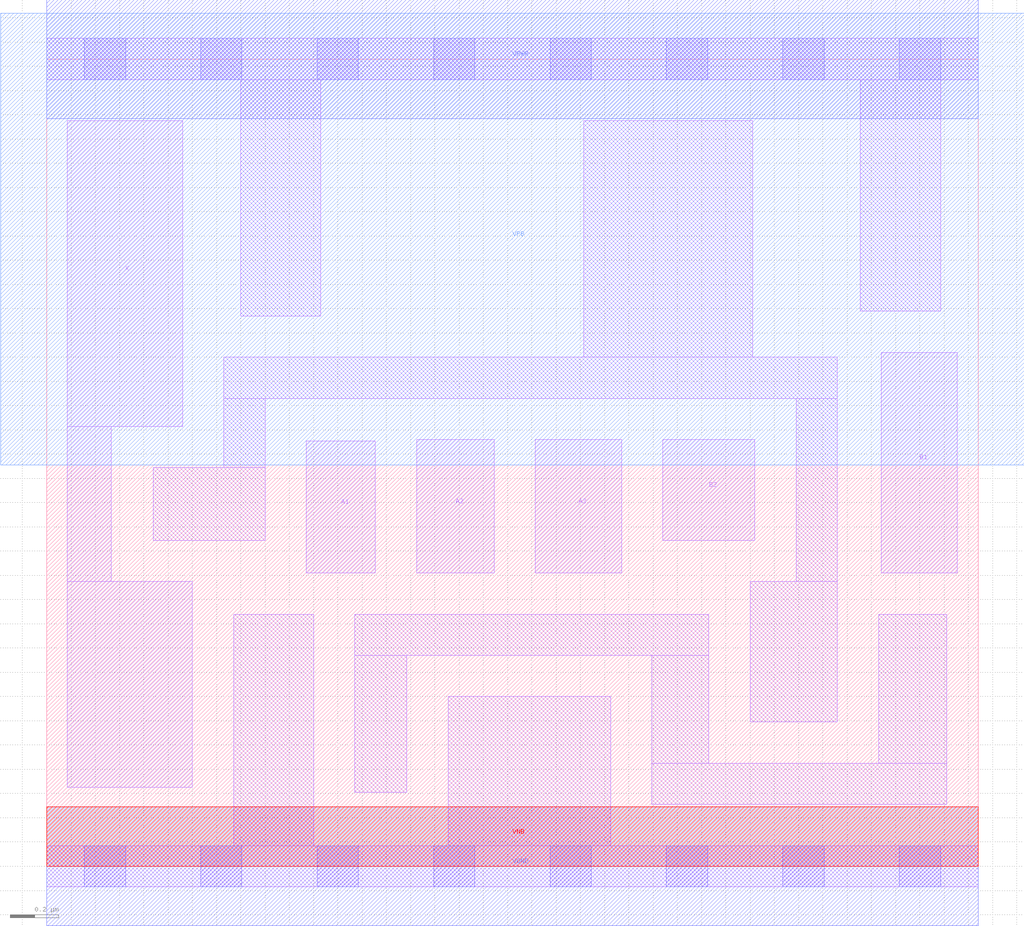
<source format=lef>
# Copyright 2020 The SkyWater PDK Authors
#
# Licensed under the Apache License, Version 2.0 (the "License");
# you may not use this file except in compliance with the License.
# You may obtain a copy of the License at
#
#     https://www.apache.org/licenses/LICENSE-2.0
#
# Unless required by applicable law or agreed to in writing, software
# distributed under the License is distributed on an "AS IS" BASIS,
# WITHOUT WARRANTIES OR CONDITIONS OF ANY KIND, either express or implied.
# See the License for the specific language governing permissions and
# limitations under the License.
#
# SPDX-License-Identifier: Apache-2.0

VERSION 5.7 ;
  NOWIREEXTENSIONATPIN ON ;
  DIVIDERCHAR "/" ;
  BUSBITCHARS "[]" ;
MACRO sky130_fd_sc_lp__o32a_1
  CLASS CORE ;
  FOREIGN sky130_fd_sc_lp__o32a_1 ;
  ORIGIN  0.000000  0.000000 ;
  SIZE  3.840000 BY  3.330000 ;
  SYMMETRY X Y R90 ;
  SITE unit ;
  PIN A1
    ANTENNAGATEAREA  0.315000 ;
    DIRECTION INPUT ;
    USE SIGNAL ;
    PORT
      LAYER li1 ;
        RECT 1.070000 1.210000 1.355000 1.755000 ;
    END
  END A1
  PIN A2
    ANTENNAGATEAREA  0.315000 ;
    DIRECTION INPUT ;
    USE SIGNAL ;
    PORT
      LAYER li1 ;
        RECT 1.525000 1.210000 1.845000 1.760000 ;
    END
  END A2
  PIN A3
    ANTENNAGATEAREA  0.315000 ;
    DIRECTION INPUT ;
    USE SIGNAL ;
    PORT
      LAYER li1 ;
        RECT 2.015000 1.210000 2.370000 1.760000 ;
    END
  END A3
  PIN B1
    ANTENNAGATEAREA  0.315000 ;
    DIRECTION INPUT ;
    USE SIGNAL ;
    PORT
      LAYER li1 ;
        RECT 3.440000 1.210000 3.755000 2.120000 ;
    END
  END B1
  PIN B2
    ANTENNAGATEAREA  0.315000 ;
    DIRECTION INPUT ;
    USE SIGNAL ;
    PORT
      LAYER li1 ;
        RECT 2.540000 1.345000 2.920000 1.760000 ;
    END
  END B2
  PIN X
    ANTENNADIFFAREA  0.598500 ;
    DIRECTION OUTPUT ;
    USE SIGNAL ;
    PORT
      LAYER li1 ;
        RECT 0.085000 0.325000 0.600000 1.175000 ;
        RECT 0.085000 1.175000 0.265000 1.815000 ;
        RECT 0.085000 1.815000 0.560000 3.075000 ;
    END
  END X
  PIN VGND
    DIRECTION INOUT ;
    USE GROUND ;
    PORT
      LAYER met1 ;
        RECT 0.000000 -0.245000 3.840000 0.245000 ;
    END
  END VGND
  PIN VNB
    DIRECTION INOUT ;
    USE GROUND ;
    PORT
      LAYER pwell ;
        RECT 0.000000 0.000000 3.840000 0.245000 ;
    END
  END VNB
  PIN VPB
    DIRECTION INOUT ;
    USE POWER ;
    PORT
      LAYER nwell ;
        RECT -0.190000 1.655000 4.030000 3.520000 ;
    END
  END VPB
  PIN VPWR
    DIRECTION INOUT ;
    USE POWER ;
    PORT
      LAYER met1 ;
        RECT 0.000000 3.085000 3.840000 3.575000 ;
    END
  END VPWR
  OBS
    LAYER li1 ;
      RECT 0.000000 -0.085000 3.840000 0.085000 ;
      RECT 0.000000  3.245000 3.840000 3.415000 ;
      RECT 0.440000  1.345000 0.900000 1.645000 ;
      RECT 0.730000  1.645000 0.900000 1.930000 ;
      RECT 0.730000  1.930000 3.260000 2.100000 ;
      RECT 0.770000  0.085000 1.100000 1.040000 ;
      RECT 0.800000  2.270000 1.130000 3.245000 ;
      RECT 1.270000  0.305000 1.485000 0.870000 ;
      RECT 1.270000  0.870000 2.730000 1.040000 ;
      RECT 1.655000  0.085000 2.325000 0.700000 ;
      RECT 2.215000  2.100000 2.910000 3.075000 ;
      RECT 2.495000  0.255000 3.710000 0.425000 ;
      RECT 2.495000  0.425000 2.730000 0.870000 ;
      RECT 2.900000  0.595000 3.260000 1.175000 ;
      RECT 3.090000  1.175000 3.260000 1.930000 ;
      RECT 3.355000  2.290000 3.685000 3.245000 ;
      RECT 3.430000  0.425000 3.710000 1.040000 ;
    LAYER mcon ;
      RECT 0.155000 -0.085000 0.325000 0.085000 ;
      RECT 0.155000  3.245000 0.325000 3.415000 ;
      RECT 0.635000 -0.085000 0.805000 0.085000 ;
      RECT 0.635000  3.245000 0.805000 3.415000 ;
      RECT 1.115000 -0.085000 1.285000 0.085000 ;
      RECT 1.115000  3.245000 1.285000 3.415000 ;
      RECT 1.595000 -0.085000 1.765000 0.085000 ;
      RECT 1.595000  3.245000 1.765000 3.415000 ;
      RECT 2.075000 -0.085000 2.245000 0.085000 ;
      RECT 2.075000  3.245000 2.245000 3.415000 ;
      RECT 2.555000 -0.085000 2.725000 0.085000 ;
      RECT 2.555000  3.245000 2.725000 3.415000 ;
      RECT 3.035000 -0.085000 3.205000 0.085000 ;
      RECT 3.035000  3.245000 3.205000 3.415000 ;
      RECT 3.515000 -0.085000 3.685000 0.085000 ;
      RECT 3.515000  3.245000 3.685000 3.415000 ;
  END
END sky130_fd_sc_lp__o32a_1
END LIBRARY

</source>
